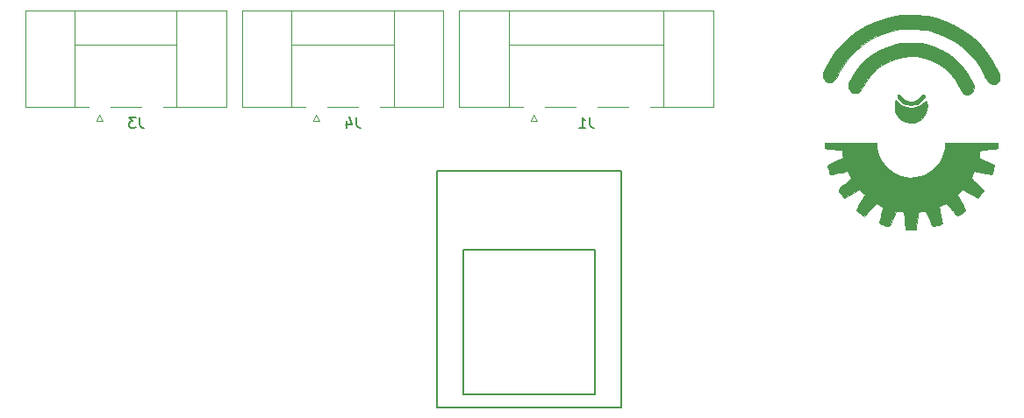
<source format=gbr>
G04 #@! TF.FileFunction,Legend,Bot*
%FSLAX46Y46*%
G04 Gerber Fmt 4.6, Leading zero omitted, Abs format (unit mm)*
G04 Created by KiCad (PCBNEW 4.0.7) date 06/30/19 20:04:18*
%MOMM*%
%LPD*%
G01*
G04 APERTURE LIST*
%ADD10C,0.100000*%
%ADD11C,0.150000*%
%ADD12C,0.120000*%
%ADD13C,0.010000*%
G04 APERTURE END LIST*
D10*
D11*
X146920000Y-82570000D02*
X146920000Y-68600000D01*
X146920000Y-68600000D02*
X159620000Y-68600000D01*
X159620000Y-68600000D02*
X159620000Y-82570000D01*
X159620000Y-82570000D02*
X146920000Y-82570000D01*
X144380000Y-83840000D02*
X162160000Y-83840000D01*
X162160000Y-83840000D02*
X162160000Y-60980000D01*
X162160000Y-60980000D02*
X144380000Y-60980000D01*
X144380000Y-60980000D02*
X144380000Y-83840000D01*
D12*
X125580000Y-54860000D02*
X125580000Y-45500000D01*
X125580000Y-45500000D02*
X145020000Y-45500000D01*
X145020000Y-45500000D02*
X145020000Y-54860000D01*
X125580000Y-54860000D02*
X131710000Y-54860000D01*
X145020000Y-54860000D02*
X138890000Y-54860000D01*
X133810000Y-54860000D02*
X136790000Y-54860000D01*
X130380000Y-48780000D02*
X140220000Y-48780000D01*
X130380000Y-54860000D02*
X130380000Y-45500000D01*
X140220000Y-54860000D02*
X140220000Y-45500000D01*
X133060000Y-56180000D02*
X132760000Y-55580000D01*
X132760000Y-55580000D02*
X132460000Y-56180000D01*
X132460000Y-56180000D02*
X133060000Y-56180000D01*
X146560000Y-54860000D02*
X146560000Y-45500000D01*
X146560000Y-45500000D02*
X171080000Y-45500000D01*
X171080000Y-45500000D02*
X171080000Y-54860000D01*
X146560000Y-54860000D02*
X152690000Y-54860000D01*
X171080000Y-54860000D02*
X164950000Y-54860000D01*
X154790000Y-54860000D02*
X157770000Y-54860000D01*
X159870000Y-54860000D02*
X162850000Y-54860000D01*
X151360000Y-48780000D02*
X166280000Y-48780000D01*
X151360000Y-54860000D02*
X151360000Y-45500000D01*
X166280000Y-54860000D02*
X166280000Y-45500000D01*
X154040000Y-56180000D02*
X153740000Y-55580000D01*
X153740000Y-55580000D02*
X153440000Y-56180000D01*
X153440000Y-56180000D02*
X154040000Y-56180000D01*
X104660000Y-54860000D02*
X104660000Y-45500000D01*
X104660000Y-45500000D02*
X124100000Y-45500000D01*
X124100000Y-45500000D02*
X124100000Y-54860000D01*
X104660000Y-54860000D02*
X110790000Y-54860000D01*
X124100000Y-54860000D02*
X117970000Y-54860000D01*
X112890000Y-54860000D02*
X115870000Y-54860000D01*
X109460000Y-48780000D02*
X119300000Y-48780000D01*
X109460000Y-54860000D02*
X109460000Y-45500000D01*
X119300000Y-54860000D02*
X119300000Y-45500000D01*
X112140000Y-56180000D02*
X111840000Y-55580000D01*
X111840000Y-55580000D02*
X111540000Y-56180000D01*
X111540000Y-56180000D02*
X112140000Y-56180000D01*
D13*
G36*
X193463778Y-58525919D02*
X193449303Y-58701576D01*
X193412070Y-58925727D01*
X193378263Y-59076252D01*
X193177486Y-59650877D01*
X192887217Y-60169327D01*
X192518056Y-60623220D01*
X192080602Y-61004173D01*
X191585456Y-61303802D01*
X191043219Y-61513726D01*
X190464491Y-61625561D01*
X190133556Y-61642223D01*
X189539174Y-61588607D01*
X188979252Y-61433374D01*
X188463045Y-61184946D01*
X187999807Y-60851744D01*
X187598795Y-60442192D01*
X187269261Y-59964711D01*
X187020462Y-59427722D01*
X186861651Y-58839648D01*
X186830662Y-58636556D01*
X186790326Y-58312000D01*
X181836222Y-58312000D01*
X181836222Y-58813083D01*
X182076111Y-58844695D01*
X182235998Y-58864102D01*
X182470738Y-58890564D01*
X182742855Y-58919917D01*
X182908309Y-58937167D01*
X183152149Y-58963005D01*
X183349014Y-58985353D01*
X183475280Y-59001436D01*
X183509520Y-59007791D01*
X183519427Y-59064321D01*
X183536686Y-59202711D01*
X183556648Y-59384445D01*
X183594874Y-59751334D01*
X182826940Y-60083155D01*
X182517434Y-60219861D01*
X182301047Y-60323424D01*
X182165417Y-60400918D01*
X182098181Y-60459418D01*
X182086976Y-60505997D01*
X182087124Y-60506489D01*
X182117235Y-60604624D01*
X182169192Y-60774078D01*
X182231766Y-60978235D01*
X182232000Y-60979000D01*
X182296698Y-61166816D01*
X182357193Y-61302898D01*
X182401098Y-61359704D01*
X182403350Y-61360000D01*
X182475795Y-61348307D01*
X182636588Y-61316239D01*
X182863965Y-61268314D01*
X183136163Y-61209048D01*
X183219111Y-61190667D01*
X183497284Y-61129208D01*
X183734026Y-61077705D01*
X183908522Y-61040627D01*
X183999962Y-61022439D01*
X184008106Y-61021334D01*
X184045651Y-61067660D01*
X184116865Y-61188884D01*
X184202838Y-61351976D01*
X184369745Y-61682617D01*
X183748531Y-62233314D01*
X183476352Y-62481109D01*
X183290328Y-62666127D01*
X183186120Y-62793075D01*
X183159385Y-62866659D01*
X183160595Y-62870732D01*
X183208091Y-62956858D01*
X183297885Y-63093865D01*
X183410412Y-63254688D01*
X183526108Y-63412267D01*
X183625409Y-63539537D01*
X183688751Y-63609435D01*
X183698889Y-63615341D01*
X183754880Y-63588364D01*
X183889824Y-63513587D01*
X184085815Y-63401201D01*
X184324952Y-63261396D01*
X184432667Y-63197713D01*
X185138222Y-62779231D01*
X185412397Y-63050018D01*
X185686571Y-63320804D01*
X185289940Y-63991402D01*
X185143899Y-64240596D01*
X185019266Y-64457562D01*
X184927191Y-64622569D01*
X184878822Y-64715882D01*
X184874654Y-64726391D01*
X184908697Y-64786562D01*
X185015574Y-64892165D01*
X185175317Y-65024358D01*
X185251111Y-65081614D01*
X185646222Y-65372446D01*
X185984889Y-64989449D01*
X186172836Y-64778383D01*
X186366178Y-64563665D01*
X186529033Y-64385093D01*
X186557763Y-64354011D01*
X186791971Y-64101570D01*
X187108097Y-64261515D01*
X187272978Y-64355191D01*
X187387349Y-64439768D01*
X187424222Y-64490847D01*
X187412803Y-64566384D01*
X187381949Y-64727729D01*
X187336767Y-64950504D01*
X187282361Y-65210326D01*
X187223837Y-65482817D01*
X187166302Y-65743595D01*
X187114860Y-65968280D01*
X187114520Y-65969725D01*
X187111069Y-66033000D01*
X187148128Y-66084714D01*
X187245126Y-66137336D01*
X187421495Y-66203333D01*
X187542184Y-66244134D01*
X187760664Y-66309674D01*
X187933466Y-66347790D01*
X188034647Y-66353185D01*
X188047494Y-66347306D01*
X188087163Y-66279959D01*
X188161735Y-66129539D01*
X188261404Y-65916631D01*
X188376366Y-65661822D01*
X188406727Y-65593120D01*
X188717116Y-64887778D01*
X188959669Y-64901969D01*
X189144713Y-64912336D01*
X189280793Y-64928942D01*
X189377075Y-64967355D01*
X189442729Y-65043147D01*
X189486922Y-65171886D01*
X189518820Y-65369142D01*
X189547593Y-65650484D01*
X189574480Y-65946111D01*
X189640701Y-66665778D01*
X190141128Y-66665778D01*
X190363021Y-66663462D01*
X190534450Y-66657266D01*
X190630039Y-66648314D01*
X190641555Y-66643585D01*
X190648945Y-66498487D01*
X190668895Y-66287552D01*
X190698079Y-66034761D01*
X190733173Y-65764097D01*
X190770849Y-65499545D01*
X190807781Y-65265085D01*
X190840644Y-65084702D01*
X190866111Y-64982378D01*
X190873881Y-64968398D01*
X190952211Y-64944361D01*
X191095399Y-64917000D01*
X191265975Y-64891490D01*
X191426465Y-64873008D01*
X191539400Y-64866730D01*
X191570017Y-64872236D01*
X191594408Y-64926916D01*
X191654739Y-65066012D01*
X191742635Y-65270115D01*
X191849719Y-65519814D01*
X191881178Y-65593334D01*
X191994883Y-65855756D01*
X192095281Y-66081093D01*
X192172981Y-66248724D01*
X192218590Y-66338030D01*
X192223836Y-66345655D01*
X192291165Y-66350791D01*
X192433380Y-66327804D01*
X192618558Y-66285126D01*
X192814781Y-66231189D01*
X192990125Y-66174424D01*
X193112670Y-66123264D01*
X193143990Y-66102591D01*
X193149254Y-66034397D01*
X193131951Y-65876953D01*
X193095201Y-65650935D01*
X193042124Y-65377019D01*
X193015784Y-65252987D01*
X192954905Y-64968051D01*
X192905340Y-64725596D01*
X192870944Y-64545342D01*
X192855575Y-64447011D01*
X192855793Y-64434812D01*
X192934397Y-64386621D01*
X193071924Y-64317367D01*
X193233533Y-64242782D01*
X193384379Y-64178600D01*
X193489618Y-64140556D01*
X193516053Y-64136675D01*
X193567488Y-64183376D01*
X193677749Y-64299018D01*
X193831691Y-64467262D01*
X194014173Y-64671769D01*
X194055275Y-64718445D01*
X194242108Y-64931049D01*
X194403012Y-65114030D01*
X194522817Y-65250147D01*
X194586355Y-65322158D01*
X194590998Y-65327376D01*
X194647927Y-65314032D01*
X194769924Y-65249080D01*
X194931858Y-65148795D01*
X195108599Y-65029450D01*
X195275016Y-64907321D01*
X195402543Y-64801828D01*
X195392649Y-64740287D01*
X195332942Y-64600773D01*
X195232383Y-64401693D01*
X195099937Y-64161457D01*
X195041800Y-64060968D01*
X194894589Y-63809622D01*
X194768394Y-63593832D01*
X194673915Y-63431919D01*
X194621854Y-63342209D01*
X194615459Y-63330937D01*
X194643405Y-63277907D01*
X194733737Y-63170845D01*
X194863313Y-63036542D01*
X195128889Y-62774989D01*
X195806222Y-63174396D01*
X196056273Y-63321081D01*
X196273430Y-63447039D01*
X196438231Y-63541088D01*
X196531215Y-63592045D01*
X196542158Y-63597242D01*
X196595253Y-63564782D01*
X196692859Y-63464760D01*
X196814860Y-63322175D01*
X196941142Y-63162025D01*
X197051587Y-63009306D01*
X197126081Y-62889018D01*
X197143034Y-62850537D01*
X197109606Y-62794838D01*
X197005571Y-62680199D01*
X196845643Y-62521601D01*
X196644535Y-62334025D01*
X196568222Y-62265266D01*
X196353451Y-62071622D01*
X196170849Y-61903538D01*
X196036145Y-61775755D01*
X195965070Y-61703019D01*
X195958230Y-61693537D01*
X195973850Y-61631217D01*
X196024746Y-61503000D01*
X196095179Y-61343692D01*
X196169408Y-61188100D01*
X196231693Y-61071031D01*
X196256367Y-61034238D01*
X196313098Y-61040171D01*
X196460293Y-61066800D01*
X196678231Y-61110269D01*
X196947191Y-61166722D01*
X197074542Y-61194229D01*
X197362377Y-61253218D01*
X197610978Y-61297188D01*
X197799666Y-61323017D01*
X197907767Y-61327587D01*
X197924146Y-61322435D01*
X197969262Y-61238114D01*
X198024219Y-61085252D01*
X198080586Y-60895721D01*
X198129933Y-60701387D01*
X198163829Y-60534121D01*
X198173842Y-60425792D01*
X198167210Y-60403647D01*
X198100503Y-60367857D01*
X197950431Y-60297440D01*
X197737588Y-60201772D01*
X197482568Y-60090232D01*
X197414889Y-60061075D01*
X197156196Y-59949769D01*
X196937768Y-59855417D01*
X196778997Y-59786426D01*
X196699275Y-59751197D01*
X196693792Y-59748548D01*
X196688649Y-59690340D01*
X196699241Y-59558690D01*
X196720399Y-59391094D01*
X196746958Y-59225048D01*
X196773749Y-59098047D01*
X196789667Y-59052788D01*
X196858505Y-59022087D01*
X197014584Y-58987512D01*
X197232598Y-58953905D01*
X197417603Y-58932638D01*
X197693795Y-58904522D01*
X197955131Y-58876807D01*
X198163978Y-58853536D01*
X198247444Y-58843513D01*
X198487333Y-58813083D01*
X198487333Y-58312000D01*
X193463778Y-58312000D01*
X193463778Y-58525919D01*
X193463778Y-58525919D01*
G37*
X193463778Y-58525919D02*
X193449303Y-58701576D01*
X193412070Y-58925727D01*
X193378263Y-59076252D01*
X193177486Y-59650877D01*
X192887217Y-60169327D01*
X192518056Y-60623220D01*
X192080602Y-61004173D01*
X191585456Y-61303802D01*
X191043219Y-61513726D01*
X190464491Y-61625561D01*
X190133556Y-61642223D01*
X189539174Y-61588607D01*
X188979252Y-61433374D01*
X188463045Y-61184946D01*
X187999807Y-60851744D01*
X187598795Y-60442192D01*
X187269261Y-59964711D01*
X187020462Y-59427722D01*
X186861651Y-58839648D01*
X186830662Y-58636556D01*
X186790326Y-58312000D01*
X181836222Y-58312000D01*
X181836222Y-58813083D01*
X182076111Y-58844695D01*
X182235998Y-58864102D01*
X182470738Y-58890564D01*
X182742855Y-58919917D01*
X182908309Y-58937167D01*
X183152149Y-58963005D01*
X183349014Y-58985353D01*
X183475280Y-59001436D01*
X183509520Y-59007791D01*
X183519427Y-59064321D01*
X183536686Y-59202711D01*
X183556648Y-59384445D01*
X183594874Y-59751334D01*
X182826940Y-60083155D01*
X182517434Y-60219861D01*
X182301047Y-60323424D01*
X182165417Y-60400918D01*
X182098181Y-60459418D01*
X182086976Y-60505997D01*
X182087124Y-60506489D01*
X182117235Y-60604624D01*
X182169192Y-60774078D01*
X182231766Y-60978235D01*
X182232000Y-60979000D01*
X182296698Y-61166816D01*
X182357193Y-61302898D01*
X182401098Y-61359704D01*
X182403350Y-61360000D01*
X182475795Y-61348307D01*
X182636588Y-61316239D01*
X182863965Y-61268314D01*
X183136163Y-61209048D01*
X183219111Y-61190667D01*
X183497284Y-61129208D01*
X183734026Y-61077705D01*
X183908522Y-61040627D01*
X183999962Y-61022439D01*
X184008106Y-61021334D01*
X184045651Y-61067660D01*
X184116865Y-61188884D01*
X184202838Y-61351976D01*
X184369745Y-61682617D01*
X183748531Y-62233314D01*
X183476352Y-62481109D01*
X183290328Y-62666127D01*
X183186120Y-62793075D01*
X183159385Y-62866659D01*
X183160595Y-62870732D01*
X183208091Y-62956858D01*
X183297885Y-63093865D01*
X183410412Y-63254688D01*
X183526108Y-63412267D01*
X183625409Y-63539537D01*
X183688751Y-63609435D01*
X183698889Y-63615341D01*
X183754880Y-63588364D01*
X183889824Y-63513587D01*
X184085815Y-63401201D01*
X184324952Y-63261396D01*
X184432667Y-63197713D01*
X185138222Y-62779231D01*
X185412397Y-63050018D01*
X185686571Y-63320804D01*
X185289940Y-63991402D01*
X185143899Y-64240596D01*
X185019266Y-64457562D01*
X184927191Y-64622569D01*
X184878822Y-64715882D01*
X184874654Y-64726391D01*
X184908697Y-64786562D01*
X185015574Y-64892165D01*
X185175317Y-65024358D01*
X185251111Y-65081614D01*
X185646222Y-65372446D01*
X185984889Y-64989449D01*
X186172836Y-64778383D01*
X186366178Y-64563665D01*
X186529033Y-64385093D01*
X186557763Y-64354011D01*
X186791971Y-64101570D01*
X187108097Y-64261515D01*
X187272978Y-64355191D01*
X187387349Y-64439768D01*
X187424222Y-64490847D01*
X187412803Y-64566384D01*
X187381949Y-64727729D01*
X187336767Y-64950504D01*
X187282361Y-65210326D01*
X187223837Y-65482817D01*
X187166302Y-65743595D01*
X187114860Y-65968280D01*
X187114520Y-65969725D01*
X187111069Y-66033000D01*
X187148128Y-66084714D01*
X187245126Y-66137336D01*
X187421495Y-66203333D01*
X187542184Y-66244134D01*
X187760664Y-66309674D01*
X187933466Y-66347790D01*
X188034647Y-66353185D01*
X188047494Y-66347306D01*
X188087163Y-66279959D01*
X188161735Y-66129539D01*
X188261404Y-65916631D01*
X188376366Y-65661822D01*
X188406727Y-65593120D01*
X188717116Y-64887778D01*
X188959669Y-64901969D01*
X189144713Y-64912336D01*
X189280793Y-64928942D01*
X189377075Y-64967355D01*
X189442729Y-65043147D01*
X189486922Y-65171886D01*
X189518820Y-65369142D01*
X189547593Y-65650484D01*
X189574480Y-65946111D01*
X189640701Y-66665778D01*
X190141128Y-66665778D01*
X190363021Y-66663462D01*
X190534450Y-66657266D01*
X190630039Y-66648314D01*
X190641555Y-66643585D01*
X190648945Y-66498487D01*
X190668895Y-66287552D01*
X190698079Y-66034761D01*
X190733173Y-65764097D01*
X190770849Y-65499545D01*
X190807781Y-65265085D01*
X190840644Y-65084702D01*
X190866111Y-64982378D01*
X190873881Y-64968398D01*
X190952211Y-64944361D01*
X191095399Y-64917000D01*
X191265975Y-64891490D01*
X191426465Y-64873008D01*
X191539400Y-64866730D01*
X191570017Y-64872236D01*
X191594408Y-64926916D01*
X191654739Y-65066012D01*
X191742635Y-65270115D01*
X191849719Y-65519814D01*
X191881178Y-65593334D01*
X191994883Y-65855756D01*
X192095281Y-66081093D01*
X192172981Y-66248724D01*
X192218590Y-66338030D01*
X192223836Y-66345655D01*
X192291165Y-66350791D01*
X192433380Y-66327804D01*
X192618558Y-66285126D01*
X192814781Y-66231189D01*
X192990125Y-66174424D01*
X193112670Y-66123264D01*
X193143990Y-66102591D01*
X193149254Y-66034397D01*
X193131951Y-65876953D01*
X193095201Y-65650935D01*
X193042124Y-65377019D01*
X193015784Y-65252987D01*
X192954905Y-64968051D01*
X192905340Y-64725596D01*
X192870944Y-64545342D01*
X192855575Y-64447011D01*
X192855793Y-64434812D01*
X192934397Y-64386621D01*
X193071924Y-64317367D01*
X193233533Y-64242782D01*
X193384379Y-64178600D01*
X193489618Y-64140556D01*
X193516053Y-64136675D01*
X193567488Y-64183376D01*
X193677749Y-64299018D01*
X193831691Y-64467262D01*
X194014173Y-64671769D01*
X194055275Y-64718445D01*
X194242108Y-64931049D01*
X194403012Y-65114030D01*
X194522817Y-65250147D01*
X194586355Y-65322158D01*
X194590998Y-65327376D01*
X194647927Y-65314032D01*
X194769924Y-65249080D01*
X194931858Y-65148795D01*
X195108599Y-65029450D01*
X195275016Y-64907321D01*
X195402543Y-64801828D01*
X195392649Y-64740287D01*
X195332942Y-64600773D01*
X195232383Y-64401693D01*
X195099937Y-64161457D01*
X195041800Y-64060968D01*
X194894589Y-63809622D01*
X194768394Y-63593832D01*
X194673915Y-63431919D01*
X194621854Y-63342209D01*
X194615459Y-63330937D01*
X194643405Y-63277907D01*
X194733737Y-63170845D01*
X194863313Y-63036542D01*
X195128889Y-62774989D01*
X195806222Y-63174396D01*
X196056273Y-63321081D01*
X196273430Y-63447039D01*
X196438231Y-63541088D01*
X196531215Y-63592045D01*
X196542158Y-63597242D01*
X196595253Y-63564782D01*
X196692859Y-63464760D01*
X196814860Y-63322175D01*
X196941142Y-63162025D01*
X197051587Y-63009306D01*
X197126081Y-62889018D01*
X197143034Y-62850537D01*
X197109606Y-62794838D01*
X197005571Y-62680199D01*
X196845643Y-62521601D01*
X196644535Y-62334025D01*
X196568222Y-62265266D01*
X196353451Y-62071622D01*
X196170849Y-61903538D01*
X196036145Y-61775755D01*
X195965070Y-61703019D01*
X195958230Y-61693537D01*
X195973850Y-61631217D01*
X196024746Y-61503000D01*
X196095179Y-61343692D01*
X196169408Y-61188100D01*
X196231693Y-61071031D01*
X196256367Y-61034238D01*
X196313098Y-61040171D01*
X196460293Y-61066800D01*
X196678231Y-61110269D01*
X196947191Y-61166722D01*
X197074542Y-61194229D01*
X197362377Y-61253218D01*
X197610978Y-61297188D01*
X197799666Y-61323017D01*
X197907767Y-61327587D01*
X197924146Y-61322435D01*
X197969262Y-61238114D01*
X198024219Y-61085252D01*
X198080586Y-60895721D01*
X198129933Y-60701387D01*
X198163829Y-60534121D01*
X198173842Y-60425792D01*
X198167210Y-60403647D01*
X198100503Y-60367857D01*
X197950431Y-60297440D01*
X197737588Y-60201772D01*
X197482568Y-60090232D01*
X197414889Y-60061075D01*
X197156196Y-59949769D01*
X196937768Y-59855417D01*
X196778997Y-59786426D01*
X196699275Y-59751197D01*
X196693792Y-59748548D01*
X196688649Y-59690340D01*
X196699241Y-59558690D01*
X196720399Y-59391094D01*
X196746958Y-59225048D01*
X196773749Y-59098047D01*
X196789667Y-59052788D01*
X196858505Y-59022087D01*
X197014584Y-58987512D01*
X197232598Y-58953905D01*
X197417603Y-58932638D01*
X197693795Y-58904522D01*
X197955131Y-58876807D01*
X198163978Y-58853536D01*
X198247444Y-58843513D01*
X198487333Y-58813083D01*
X198487333Y-58312000D01*
X193463778Y-58312000D01*
X193463778Y-58525919D01*
G36*
X188628690Y-54399104D02*
X188589453Y-54835276D01*
X188648494Y-55240177D01*
X188797248Y-55601510D01*
X189027151Y-55906979D01*
X189329639Y-56144287D01*
X189696148Y-56301140D01*
X189992444Y-56357113D01*
X190205730Y-56365372D01*
X190409422Y-56352999D01*
X190472222Y-56342699D01*
X190839976Y-56210027D01*
X191157372Y-55991561D01*
X191413178Y-55705344D01*
X191596166Y-55369419D01*
X191695104Y-55001830D01*
X191698761Y-54620620D01*
X191661657Y-54431676D01*
X191596885Y-54192019D01*
X191392213Y-54396691D01*
X191050173Y-54661763D01*
X190654498Y-54828219D01*
X190209365Y-54894401D01*
X190133555Y-54895574D01*
X189739849Y-54861854D01*
X189403121Y-54753250D01*
X189088957Y-54556139D01*
X188927526Y-54418244D01*
X188672661Y-54183318D01*
X188628690Y-54399104D01*
X188628690Y-54399104D01*
G37*
X188628690Y-54399104D02*
X188589453Y-54835276D01*
X188648494Y-55240177D01*
X188797248Y-55601510D01*
X189027151Y-55906979D01*
X189329639Y-56144287D01*
X189696148Y-56301140D01*
X189992444Y-56357113D01*
X190205730Y-56365372D01*
X190409422Y-56352999D01*
X190472222Y-56342699D01*
X190839976Y-56210027D01*
X191157372Y-55991561D01*
X191413178Y-55705344D01*
X191596166Y-55369419D01*
X191695104Y-55001830D01*
X191698761Y-54620620D01*
X191661657Y-54431676D01*
X191596885Y-54192019D01*
X191392213Y-54396691D01*
X191050173Y-54661763D01*
X190654498Y-54828219D01*
X190209365Y-54894401D01*
X190133555Y-54895574D01*
X189739849Y-54861854D01*
X189403121Y-54753250D01*
X189088957Y-54556139D01*
X188927526Y-54418244D01*
X188672661Y-54183318D01*
X188628690Y-54399104D01*
G36*
X191178554Y-53734960D02*
X190997850Y-53900236D01*
X190696618Y-54143835D01*
X190378286Y-54277830D01*
X190052551Y-54302279D01*
X189729110Y-54217238D01*
X189417661Y-54022765D01*
X189274720Y-53889992D01*
X189092001Y-53724316D01*
X188954815Y-53651591D01*
X188867760Y-53672775D01*
X188835432Y-53788826D01*
X188835333Y-53798439D01*
X188884335Y-53961516D01*
X189017595Y-54143109D01*
X189214499Y-54319959D01*
X189408024Y-54444596D01*
X189744511Y-54573458D01*
X190119010Y-54627864D01*
X190488087Y-54604291D01*
X190694976Y-54549029D01*
X190880225Y-54455051D01*
X191073088Y-54315537D01*
X191250753Y-54152839D01*
X191390412Y-53989308D01*
X191469255Y-53847298D01*
X191477893Y-53781816D01*
X191428525Y-53666190D01*
X191328413Y-53650654D01*
X191178554Y-53734960D01*
X191178554Y-53734960D01*
G37*
X191178554Y-53734960D02*
X190997850Y-53900236D01*
X190696618Y-54143835D01*
X190378286Y-54277830D01*
X190052551Y-54302279D01*
X189729110Y-54217238D01*
X189417661Y-54022765D01*
X189274720Y-53889992D01*
X189092001Y-53724316D01*
X188954815Y-53651591D01*
X188867760Y-53672775D01*
X188835432Y-53788826D01*
X188835333Y-53798439D01*
X188884335Y-53961516D01*
X189017595Y-54143109D01*
X189214499Y-54319959D01*
X189408024Y-54444596D01*
X189744511Y-54573458D01*
X190119010Y-54627864D01*
X190488087Y-54604291D01*
X190694976Y-54549029D01*
X190880225Y-54455051D01*
X191073088Y-54315537D01*
X191250753Y-54152839D01*
X191390412Y-53989308D01*
X191469255Y-53847298D01*
X191477893Y-53781816D01*
X191428525Y-53666190D01*
X191328413Y-53650654D01*
X191178554Y-53734960D01*
G36*
X189742310Y-48638435D02*
X189440431Y-48643168D01*
X189204404Y-48653656D01*
X189010717Y-48672030D01*
X188835855Y-48700416D01*
X188656306Y-48740945D01*
X188481012Y-48786917D01*
X187721954Y-49046474D01*
X186990825Y-49401449D01*
X186304382Y-49840339D01*
X185679384Y-50351639D01*
X185132590Y-50923846D01*
X184865039Y-51269054D01*
X184695825Y-51523145D01*
X184527764Y-51805114D01*
X184372381Y-52092167D01*
X184241203Y-52361509D01*
X184145758Y-52590348D01*
X184097570Y-52755888D01*
X184094000Y-52793798D01*
X184140022Y-53024756D01*
X184259642Y-53242404D01*
X184388459Y-53369685D01*
X184552423Y-53433158D01*
X184768765Y-53454835D01*
X184985403Y-53434625D01*
X185150254Y-53372438D01*
X185152312Y-53371013D01*
X185230227Y-53285123D01*
X185339954Y-53123953D01*
X185464363Y-52913950D01*
X185542628Y-52768368D01*
X185856751Y-52235428D01*
X186224014Y-51739627D01*
X186619825Y-51312843D01*
X186769556Y-51177983D01*
X187356336Y-50746769D01*
X187997118Y-50400115D01*
X188675402Y-50143194D01*
X189374694Y-49981175D01*
X190078496Y-49919230D01*
X190683889Y-49951042D01*
X191434675Y-50098193D01*
X192147074Y-50347428D01*
X192811850Y-50692022D01*
X193419763Y-51125253D01*
X193961575Y-51640397D01*
X194428048Y-52230731D01*
X194809944Y-52889531D01*
X194856591Y-52987831D01*
X195031835Y-53302808D01*
X195219945Y-53509061D01*
X195428281Y-53610622D01*
X195664204Y-53611522D01*
X195873125Y-53544496D01*
X196058158Y-53406329D01*
X196182990Y-53194310D01*
X196229545Y-52939326D01*
X196229555Y-52935484D01*
X196204678Y-52797074D01*
X196137913Y-52593573D01*
X196041064Y-52359195D01*
X196001807Y-52275296D01*
X195583580Y-51537868D01*
X195076827Y-50865123D01*
X194490106Y-50264138D01*
X193831977Y-49741992D01*
X193110998Y-49305760D01*
X192335729Y-48962522D01*
X191782061Y-48785893D01*
X191580970Y-48733605D01*
X191404072Y-48695198D01*
X191227895Y-48668557D01*
X191028966Y-48651567D01*
X190783815Y-48642113D01*
X190468969Y-48638078D01*
X190133555Y-48637331D01*
X189742310Y-48638435D01*
X189742310Y-48638435D01*
G37*
X189742310Y-48638435D02*
X189440431Y-48643168D01*
X189204404Y-48653656D01*
X189010717Y-48672030D01*
X188835855Y-48700416D01*
X188656306Y-48740945D01*
X188481012Y-48786917D01*
X187721954Y-49046474D01*
X186990825Y-49401449D01*
X186304382Y-49840339D01*
X185679384Y-50351639D01*
X185132590Y-50923846D01*
X184865039Y-51269054D01*
X184695825Y-51523145D01*
X184527764Y-51805114D01*
X184372381Y-52092167D01*
X184241203Y-52361509D01*
X184145758Y-52590348D01*
X184097570Y-52755888D01*
X184094000Y-52793798D01*
X184140022Y-53024756D01*
X184259642Y-53242404D01*
X184388459Y-53369685D01*
X184552423Y-53433158D01*
X184768765Y-53454835D01*
X184985403Y-53434625D01*
X185150254Y-53372438D01*
X185152312Y-53371013D01*
X185230227Y-53285123D01*
X185339954Y-53123953D01*
X185464363Y-52913950D01*
X185542628Y-52768368D01*
X185856751Y-52235428D01*
X186224014Y-51739627D01*
X186619825Y-51312843D01*
X186769556Y-51177983D01*
X187356336Y-50746769D01*
X187997118Y-50400115D01*
X188675402Y-50143194D01*
X189374694Y-49981175D01*
X190078496Y-49919230D01*
X190683889Y-49951042D01*
X191434675Y-50098193D01*
X192147074Y-50347428D01*
X192811850Y-50692022D01*
X193419763Y-51125253D01*
X193961575Y-51640397D01*
X194428048Y-52230731D01*
X194809944Y-52889531D01*
X194856591Y-52987831D01*
X195031835Y-53302808D01*
X195219945Y-53509061D01*
X195428281Y-53610622D01*
X195664204Y-53611522D01*
X195873125Y-53544496D01*
X196058158Y-53406329D01*
X196182990Y-53194310D01*
X196229545Y-52939326D01*
X196229555Y-52935484D01*
X196204678Y-52797074D01*
X196137913Y-52593573D01*
X196041064Y-52359195D01*
X196001807Y-52275296D01*
X195583580Y-51537868D01*
X195076827Y-50865123D01*
X194490106Y-50264138D01*
X193831977Y-49741992D01*
X193110998Y-49305760D01*
X192335729Y-48962522D01*
X191782061Y-48785893D01*
X191580970Y-48733605D01*
X191404072Y-48695198D01*
X191227895Y-48668557D01*
X191028966Y-48651567D01*
X190783815Y-48642113D01*
X190468969Y-48638078D01*
X190133555Y-48637331D01*
X189742310Y-48638435D01*
G36*
X189677397Y-45936642D02*
X189163040Y-45965403D01*
X188720267Y-46017960D01*
X188666000Y-46027220D01*
X187642951Y-46263819D01*
X186673920Y-46597240D01*
X185763095Y-47024395D01*
X184914663Y-47542196D01*
X184132811Y-48147556D01*
X183421726Y-48837385D01*
X182785596Y-49608595D01*
X182228607Y-50458100D01*
X181943740Y-50984926D01*
X181781450Y-51334637D01*
X181686823Y-51612081D01*
X181658702Y-51834478D01*
X181695931Y-52019050D01*
X181797353Y-52183017D01*
X181858800Y-52249867D01*
X182011520Y-52378485D01*
X182156993Y-52433757D01*
X182268022Y-52441567D01*
X182460955Y-52422808D01*
X182622586Y-52357404D01*
X182768191Y-52231041D01*
X182913043Y-52029409D01*
X183072415Y-51738193D01*
X183119093Y-51644034D01*
X183579457Y-50827748D01*
X184127872Y-50080808D01*
X184760280Y-49407295D01*
X185472620Y-48811293D01*
X186260833Y-48296881D01*
X186662222Y-48081504D01*
X187353378Y-47777707D01*
X188093787Y-47529301D01*
X188703294Y-47379650D01*
X189126868Y-47317480D01*
X189624501Y-47281744D01*
X190160588Y-47272088D01*
X190699525Y-47288158D01*
X191205705Y-47329601D01*
X191643525Y-47396061D01*
X191707255Y-47409524D01*
X192652082Y-47672200D01*
X193530332Y-48025940D01*
X194341067Y-48469968D01*
X195083355Y-49003506D01*
X195756259Y-49625777D01*
X196358844Y-50336003D01*
X196890175Y-51133409D01*
X197349317Y-52017216D01*
X197407281Y-52146656D01*
X197550455Y-52392224D01*
X197731144Y-52540341D01*
X197970427Y-52605243D01*
X198095064Y-52611111D01*
X198267017Y-52593244D01*
X198404724Y-52523452D01*
X198521200Y-52419200D01*
X198643147Y-52269355D01*
X198707151Y-52108937D01*
X198711957Y-51920119D01*
X198656309Y-51685076D01*
X198538953Y-51385979D01*
X198432228Y-51155511D01*
X197939730Y-50256693D01*
X197363355Y-49428821D01*
X196709115Y-48676500D01*
X195983025Y-48004337D01*
X195191097Y-47416938D01*
X194339345Y-46918908D01*
X193433782Y-46514854D01*
X192480423Y-46209382D01*
X191771664Y-46053763D01*
X191310471Y-45990238D01*
X190785063Y-45949350D01*
X190229388Y-45931387D01*
X189677397Y-45936642D01*
X189677397Y-45936642D01*
G37*
X189677397Y-45936642D02*
X189163040Y-45965403D01*
X188720267Y-46017960D01*
X188666000Y-46027220D01*
X187642951Y-46263819D01*
X186673920Y-46597240D01*
X185763095Y-47024395D01*
X184914663Y-47542196D01*
X184132811Y-48147556D01*
X183421726Y-48837385D01*
X182785596Y-49608595D01*
X182228607Y-50458100D01*
X181943740Y-50984926D01*
X181781450Y-51334637D01*
X181686823Y-51612081D01*
X181658702Y-51834478D01*
X181695931Y-52019050D01*
X181797353Y-52183017D01*
X181858800Y-52249867D01*
X182011520Y-52378485D01*
X182156993Y-52433757D01*
X182268022Y-52441567D01*
X182460955Y-52422808D01*
X182622586Y-52357404D01*
X182768191Y-52231041D01*
X182913043Y-52029409D01*
X183072415Y-51738193D01*
X183119093Y-51644034D01*
X183579457Y-50827748D01*
X184127872Y-50080808D01*
X184760280Y-49407295D01*
X185472620Y-48811293D01*
X186260833Y-48296881D01*
X186662222Y-48081504D01*
X187353378Y-47777707D01*
X188093787Y-47529301D01*
X188703294Y-47379650D01*
X189126868Y-47317480D01*
X189624501Y-47281744D01*
X190160588Y-47272088D01*
X190699525Y-47288158D01*
X191205705Y-47329601D01*
X191643525Y-47396061D01*
X191707255Y-47409524D01*
X192652082Y-47672200D01*
X193530332Y-48025940D01*
X194341067Y-48469968D01*
X195083355Y-49003506D01*
X195756259Y-49625777D01*
X196358844Y-50336003D01*
X196890175Y-51133409D01*
X197349317Y-52017216D01*
X197407281Y-52146656D01*
X197550455Y-52392224D01*
X197731144Y-52540341D01*
X197970427Y-52605243D01*
X198095064Y-52611111D01*
X198267017Y-52593244D01*
X198404724Y-52523452D01*
X198521200Y-52419200D01*
X198643147Y-52269355D01*
X198707151Y-52108937D01*
X198711957Y-51920119D01*
X198656309Y-51685076D01*
X198538953Y-51385979D01*
X198432228Y-51155511D01*
X197939730Y-50256693D01*
X197363355Y-49428821D01*
X196709115Y-48676500D01*
X195983025Y-48004337D01*
X195191097Y-47416938D01*
X194339345Y-46918908D01*
X193433782Y-46514854D01*
X192480423Y-46209382D01*
X191771664Y-46053763D01*
X191310471Y-45990238D01*
X190785063Y-45949350D01*
X190229388Y-45931387D01*
X189677397Y-45936642D01*
D11*
X136633333Y-55832381D02*
X136633333Y-56546667D01*
X136680953Y-56689524D01*
X136776191Y-56784762D01*
X136919048Y-56832381D01*
X137014286Y-56832381D01*
X135728571Y-56165714D02*
X135728571Y-56832381D01*
X135966667Y-55784762D02*
X136204762Y-56499048D01*
X135585714Y-56499048D01*
X159153333Y-55832381D02*
X159153333Y-56546667D01*
X159200953Y-56689524D01*
X159296191Y-56784762D01*
X159439048Y-56832381D01*
X159534286Y-56832381D01*
X158153333Y-56832381D02*
X158724762Y-56832381D01*
X158439048Y-56832381D02*
X158439048Y-55832381D01*
X158534286Y-55975238D01*
X158629524Y-56070476D01*
X158724762Y-56118095D01*
X115713333Y-55832381D02*
X115713333Y-56546667D01*
X115760953Y-56689524D01*
X115856191Y-56784762D01*
X115999048Y-56832381D01*
X116094286Y-56832381D01*
X115332381Y-55832381D02*
X114713333Y-55832381D01*
X115046667Y-56213333D01*
X114903809Y-56213333D01*
X114808571Y-56260952D01*
X114760952Y-56308571D01*
X114713333Y-56403810D01*
X114713333Y-56641905D01*
X114760952Y-56737143D01*
X114808571Y-56784762D01*
X114903809Y-56832381D01*
X115189524Y-56832381D01*
X115284762Y-56784762D01*
X115332381Y-56737143D01*
M02*

</source>
